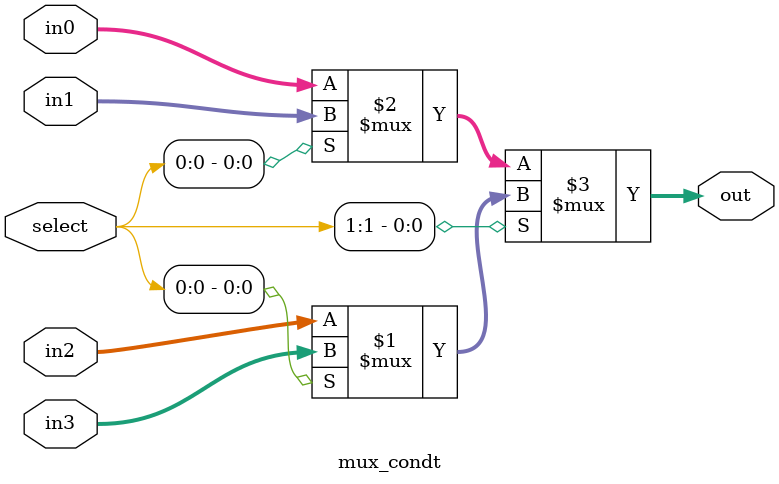
<source format=v>
module mux_condt(
                in0      , //input 
                in1      , //input
                in2      , //input
                in3      , //input
                select   , //select line as input
                out        //output
                )        ;

//port declaration

input [1:0]in0, in1, in2, in3  ;
input [1:0]select              ;
output [1:0]out            ;

assign out = select[1] ? (select[0] ? in3 : in2) : ( select[0] ? in1 : in0) ;  //logic expression for mux 
  
endmodule // Mux 

</source>
